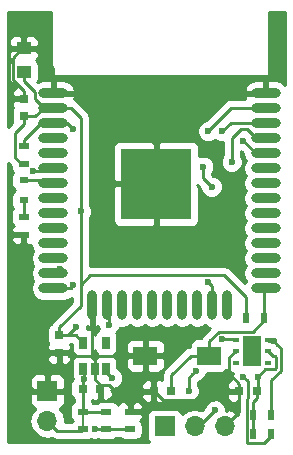
<source format=gbr>
G04 #@! TF.GenerationSoftware,KiCad,Pcbnew,(2017-08-16 revision 90873a101)-master*
G04 #@! TF.CreationDate,2017-12-27T22:47:25+02:00*
G04 #@! TF.ProjectId,esp-environment-sensors,6573702D656E7669726F6E6D656E742D,rev?*
G04 #@! TF.SameCoordinates,Original*
G04 #@! TF.FileFunction,Copper,L1,Top,Signal*
G04 #@! TF.FilePolarity,Positive*
%FSLAX46Y46*%
G04 Gerber Fmt 4.6, Leading zero omitted, Abs format (unit mm)*
G04 Created by KiCad (PCBNEW (2017-08-16 revision 90873a101)-master) date Wed Dec 27 22:47:25 2017*
%MOMM*%
%LPD*%
G01*
G04 APERTURE LIST*
%ADD10O,2.500000X0.900000*%
%ADD11O,0.900000X2.500000*%
%ADD12R,6.000000X6.000000*%
%ADD13R,0.630000X0.450000*%
%ADD14R,1.500000X2.500000*%
%ADD15R,0.800000X0.750000*%
%ADD16R,0.750000X0.800000*%
%ADD17R,1.250000X1.000000*%
%ADD18R,0.800000X0.600000*%
%ADD19R,1.700000X1.700000*%
%ADD20O,1.700000X1.700000*%
%ADD21R,0.900000X0.500000*%
%ADD22R,0.500000X0.900000*%
%ADD23R,2.000000X1.600000*%
%ADD24R,0.650000X1.060000*%
%ADD25R,0.200000X1.000000*%
%ADD26C,0.600000*%
%ADD27C,0.250000*%
%ADD28C,0.254000*%
G04 APERTURE END LIST*
D10*
X126500000Y-109793000D03*
X126500000Y-111063000D03*
X126500000Y-112333000D03*
X126500000Y-113603000D03*
X126500000Y-114873000D03*
X126517000Y-116143000D03*
X126517000Y-117413000D03*
X126517000Y-118683000D03*
X126517000Y-119953000D03*
X126517000Y-121223000D03*
X126517000Y-122493000D03*
X126517000Y-123763000D03*
X126517000Y-125033000D03*
X126517000Y-126303000D03*
D11*
X123215000Y-127750000D03*
X121945000Y-127750000D03*
X120675000Y-127750000D03*
X119405000Y-127750000D03*
X118135000Y-127750000D03*
X116865000Y-127750000D03*
X115595000Y-127750000D03*
X114325000Y-127750000D03*
X113055000Y-127750000D03*
X111785000Y-127750000D03*
D10*
X108500000Y-126303000D03*
X108500000Y-125033000D03*
X108500000Y-123763000D03*
X108500000Y-122493000D03*
X108500000Y-121223000D03*
X108500000Y-119953000D03*
X108500000Y-118683000D03*
X108500000Y-117413000D03*
X108500000Y-116143000D03*
X108500000Y-114873000D03*
X108500000Y-113603000D03*
X108500000Y-112333000D03*
X108500000Y-111063000D03*
X108500000Y-109793000D03*
D12*
X117200000Y-117450000D03*
D13*
X124000000Y-130700000D03*
X124000000Y-131650000D03*
X124000000Y-132600000D03*
X126680000Y-132600000D03*
X126680000Y-131650000D03*
X126680000Y-130700000D03*
D14*
X125340000Y-131650000D03*
D15*
X111000000Y-134800000D03*
X112500000Y-134800000D03*
D16*
X109000000Y-130250000D03*
X109000000Y-131750000D03*
D17*
X106000000Y-108000000D03*
X106000000Y-106000000D03*
D16*
X106000000Y-111750000D03*
X106000000Y-110250000D03*
D15*
X117000000Y-135000000D03*
X118500000Y-135000000D03*
X125750000Y-135000000D03*
X124250000Y-135000000D03*
D18*
X106000000Y-118850000D03*
X106000000Y-117150000D03*
D19*
X108000000Y-135000000D03*
D20*
X108000000Y-137540000D03*
D19*
X117920000Y-138000000D03*
D20*
X120460000Y-138000000D03*
X123000000Y-138000000D03*
D21*
X113000000Y-136750000D03*
X113000000Y-138250000D03*
X115000000Y-138250000D03*
X115000000Y-136750000D03*
X106000000Y-115750000D03*
X106000000Y-114250000D03*
D22*
X124850000Y-128800000D03*
X126350000Y-128800000D03*
D21*
X106000000Y-120250000D03*
X106000000Y-121750000D03*
D23*
X116300000Y-132000000D03*
X121700000Y-132000000D03*
D24*
X111050000Y-133100000D03*
X112000000Y-133100000D03*
X112950000Y-133100000D03*
X112950000Y-130900000D03*
X111050000Y-130900000D03*
D21*
X111000000Y-136750000D03*
X111000000Y-138250000D03*
D25*
X111000000Y-137500000D03*
D22*
X125450000Y-138600000D03*
X126950000Y-138600000D03*
X125450000Y-137000000D03*
X126950000Y-137000000D03*
D26*
X106425010Y-122800000D03*
X117200000Y-117450000D03*
X113500000Y-133900000D03*
X111100000Y-134000000D03*
X110825001Y-119800000D03*
X125800000Y-133800000D03*
X110400000Y-129600000D03*
X109068734Y-124670010D03*
X113200000Y-129400000D03*
X121899999Y-117699999D03*
X121200000Y-116000000D03*
X121600000Y-125800000D03*
X110200000Y-126025010D03*
X110200000Y-112800000D03*
X120576042Y-133284403D03*
X120000000Y-135000000D03*
X123600000Y-115600000D03*
X124600000Y-113800000D03*
X122200000Y-136600000D03*
X106800000Y-116400000D03*
X112000000Y-138200000D03*
X124600000Y-133800000D03*
X122800000Y-130600000D03*
X121600000Y-113000000D03*
X127174990Y-130800000D03*
X122800000Y-113000000D03*
D27*
X106425010Y-122800000D02*
X106425010Y-134525010D01*
X106425010Y-134525010D02*
X106900000Y-135000000D01*
X106900000Y-135000000D02*
X108000000Y-135000000D01*
X106000000Y-122374990D02*
X106125011Y-122500001D01*
X106000000Y-121750000D02*
X106000000Y-122374990D01*
X106125011Y-122500001D02*
X106425010Y-122800000D01*
X122000000Y-135800000D02*
X117825000Y-135800000D01*
X117825000Y-135800000D02*
X117025000Y-135000000D01*
X117025000Y-135000000D02*
X117000000Y-135000000D01*
X122800000Y-135000000D02*
X122000000Y-135800000D01*
X124250000Y-135000000D02*
X122800000Y-135000000D01*
X124250000Y-135000000D02*
X124250000Y-136750000D01*
X124250000Y-136750000D02*
X123000000Y-138000000D01*
X124250000Y-135000000D02*
X124250000Y-134375000D01*
X124250000Y-134375000D02*
X123359999Y-133484999D01*
X123359999Y-132200001D02*
X123910000Y-131650000D01*
X123359999Y-133484999D02*
X123359999Y-132200001D01*
X123910000Y-131650000D02*
X124000000Y-131650000D01*
X106000000Y-106000000D02*
X105875000Y-106000000D01*
X105875000Y-106000000D02*
X105049999Y-106825001D01*
X105049999Y-106825001D02*
X105049999Y-108649999D01*
X105049999Y-108649999D02*
X106000000Y-109600000D01*
X106000000Y-109600000D02*
X106000000Y-110250000D01*
X106000000Y-106000000D02*
X106875000Y-106000000D01*
X106875000Y-106000000D02*
X108500000Y-107625000D01*
X108500000Y-107625000D02*
X108500000Y-109050000D01*
X108500000Y-109050000D02*
X108500000Y-109750000D01*
X108500000Y-109750000D02*
X112750000Y-109750000D01*
X112750000Y-109750000D02*
X117200000Y-114200000D01*
X117200000Y-114200000D02*
X117200000Y-117450000D01*
X126500000Y-109750000D02*
X121650000Y-109750000D01*
X121650000Y-109750000D02*
X117200000Y-114200000D01*
X115000000Y-136750000D02*
X115000000Y-136250000D01*
X115000000Y-136250000D02*
X116250000Y-135000000D01*
X116250000Y-135000000D02*
X116350000Y-135000000D01*
X116350000Y-135000000D02*
X117000000Y-135000000D01*
X112000000Y-132320000D02*
X112320000Y-132000000D01*
X112320000Y-132000000D02*
X116300000Y-132000000D01*
X112000000Y-132320000D02*
X112000000Y-132400000D01*
X112000000Y-132400000D02*
X112000000Y-133100000D01*
X111785000Y-127750000D02*
X111785000Y-132185000D01*
X111785000Y-132185000D02*
X112000000Y-132400000D01*
X112000000Y-133100000D02*
X112000000Y-134000000D01*
X112000000Y-134000000D02*
X112500000Y-134500000D01*
X113250000Y-134500000D02*
X113150000Y-134500000D01*
X115000000Y-136250000D02*
X113250000Y-134500000D01*
X113150000Y-134500000D02*
X112500000Y-134500000D01*
X109875000Y-132000000D02*
X111680000Y-132000000D01*
X111680000Y-132000000D02*
X112000000Y-132320000D01*
X109000000Y-131750000D02*
X109625000Y-131750000D01*
X109625000Y-131750000D02*
X109875000Y-132000000D01*
X108000000Y-135000000D02*
X108000000Y-132125000D01*
X108000000Y-132125000D02*
X108375000Y-131750000D01*
X108375000Y-131750000D02*
X109000000Y-131750000D01*
X111000000Y-134800000D02*
X111000000Y-134175000D01*
X111000000Y-134175000D02*
X111075000Y-134100000D01*
X111075000Y-134100000D02*
X111100000Y-134100000D01*
X113500000Y-133900000D02*
X113000000Y-133400000D01*
X113000000Y-133400000D02*
X113000000Y-133300000D01*
X111100000Y-134000000D02*
X111000000Y-133150000D01*
X111000000Y-136674999D02*
X111000000Y-134000000D01*
X111000000Y-134000000D02*
X111100000Y-134000000D01*
X113000000Y-136750000D02*
X111425001Y-136750000D01*
X111000000Y-133150000D02*
X111050000Y-133100000D01*
X125750000Y-135000000D02*
X125750000Y-135625000D01*
X125750000Y-135625000D02*
X125450000Y-135925000D01*
X125450000Y-135925000D02*
X125450000Y-137000000D01*
X125450000Y-137000000D02*
X125450000Y-138600000D01*
X127079999Y-132049999D02*
X126680000Y-131650000D01*
X127320001Y-132114999D02*
X127255001Y-132049999D01*
X127320001Y-133085001D02*
X127320001Y-132114999D01*
X127255001Y-133150001D02*
X127320001Y-133085001D01*
X126449999Y-133150001D02*
X127255001Y-133150001D01*
X127255001Y-132049999D02*
X127079999Y-132049999D01*
X125800000Y-133800000D02*
X126449999Y-133150001D01*
X122974998Y-125174998D02*
X111650003Y-125174998D01*
X124850000Y-127050000D02*
X122974998Y-125174998D01*
X111650003Y-125174998D02*
X110825001Y-126000000D01*
X124850000Y-128800000D02*
X124850000Y-127050000D01*
X110825001Y-126000000D02*
X110825001Y-119800000D01*
X110825001Y-119800000D02*
X110825001Y-111845001D01*
X110825001Y-127774999D02*
X110825001Y-126000000D01*
X125800000Y-133800000D02*
X125800000Y-134950000D01*
X125800000Y-134950000D02*
X125750000Y-135000000D01*
X109000000Y-130250000D02*
X109750000Y-130250000D01*
X109750000Y-130250000D02*
X110400000Y-129600000D01*
X110000000Y-111020000D02*
X108500000Y-111020000D01*
X110825001Y-111845001D02*
X110000000Y-111020000D01*
X109000000Y-130250000D02*
X109000000Y-129600000D01*
X109000000Y-129600000D02*
X110825001Y-127774999D01*
X106000000Y-111750000D02*
X106000000Y-112400000D01*
X106000000Y-112400000D02*
X105224999Y-113175001D01*
X105224999Y-113175001D02*
X105224999Y-115174999D01*
X105224999Y-115174999D02*
X105800000Y-115750000D01*
X105800000Y-115750000D02*
X106000000Y-115750000D01*
X106000000Y-108000000D02*
X106000000Y-108750000D01*
X106000000Y-108750000D02*
X106924990Y-109674990D01*
X106924990Y-109674990D02*
X106924990Y-110244990D01*
X106924990Y-110244990D02*
X107700000Y-111020000D01*
X107700000Y-111020000D02*
X108500000Y-111020000D01*
X106000000Y-111750000D02*
X106970000Y-111750000D01*
X106970000Y-111750000D02*
X107700000Y-111020000D01*
X109000000Y-130250000D02*
X110400000Y-130250000D01*
X110400000Y-130250000D02*
X111050000Y-130900000D01*
X118500000Y-133632083D02*
X120132083Y-132000000D01*
X120450000Y-132000000D02*
X121700000Y-132000000D01*
X118500000Y-135000000D02*
X118500000Y-133632083D01*
X120132083Y-132000000D02*
X120450000Y-132000000D01*
X122499999Y-129974999D02*
X125375001Y-129974999D01*
X121700000Y-130774998D02*
X122499999Y-129974999D01*
X126350000Y-129000000D02*
X126350000Y-128800000D01*
X121700000Y-132000000D02*
X121700000Y-130774998D01*
X125375001Y-129974999D02*
X126350000Y-129000000D01*
X126350000Y-128800000D02*
X126350000Y-126410000D01*
X126350000Y-126410000D02*
X126500000Y-126260000D01*
X106000000Y-118850000D02*
X106000000Y-120250000D01*
X106000000Y-117150000D02*
X108280000Y-117150000D01*
X108280000Y-117150000D02*
X108500000Y-117370000D01*
X108500000Y-124990000D02*
X108748744Y-124990000D01*
X108748744Y-124990000D02*
X108768735Y-124970009D01*
X108768735Y-124970009D02*
X109068734Y-124670010D01*
X113200000Y-129400000D02*
X113200000Y-127895000D01*
X113200000Y-127895000D02*
X113055000Y-127750000D01*
X121200000Y-116000000D02*
X121200000Y-117000000D01*
X121200000Y-117000000D02*
X121899999Y-117699999D01*
X121945000Y-127750000D02*
X121945000Y-126145000D01*
X121945000Y-126145000D02*
X121600000Y-125800000D01*
X110200000Y-126060000D02*
X110200000Y-126025010D01*
X110000000Y-126260000D02*
X110200000Y-126060000D01*
X108500000Y-126260000D02*
X110000000Y-126260000D01*
X110200000Y-112800000D02*
X109690000Y-112290000D01*
X109690000Y-112290000D02*
X108500000Y-112290000D01*
X106000000Y-114250000D02*
X106000000Y-113750000D01*
X106000000Y-113750000D02*
X107460000Y-112290000D01*
X107460000Y-112290000D02*
X108500000Y-112290000D01*
X120000000Y-135000000D02*
X120000000Y-133860445D01*
X120276043Y-133584402D02*
X120576042Y-133284403D01*
X120000000Y-133860445D02*
X120276043Y-133584402D01*
X124400000Y-112800000D02*
X123600000Y-113600000D01*
X123600000Y-113600000D02*
X123600000Y-115600000D01*
X124940000Y-112800000D02*
X124400000Y-112800000D01*
X126500000Y-113560000D02*
X125700000Y-113560000D01*
X125700000Y-113560000D02*
X124940000Y-112800000D01*
X124600000Y-113800000D02*
X125630000Y-114830000D01*
X125630000Y-114830000D02*
X126500000Y-114830000D01*
X120460000Y-138000000D02*
X120800000Y-138000000D01*
X120800000Y-138000000D02*
X122200000Y-136600000D01*
X106800000Y-116400000D02*
X108200000Y-116400000D01*
X108200000Y-116400000D02*
X108500000Y-116100000D01*
X113000000Y-138250000D02*
X112050000Y-138250000D01*
X112050000Y-138250000D02*
X112000000Y-138200000D01*
X115000000Y-138250000D02*
X113000000Y-138250000D01*
X124899999Y-134099999D02*
X124600000Y-133800000D01*
X126950000Y-138800000D02*
X126374999Y-139375001D01*
X124975001Y-135585003D02*
X124975001Y-134175001D01*
X124874999Y-139310001D02*
X124874999Y-135685005D01*
X124939999Y-139375001D02*
X124874999Y-139310001D01*
X124874999Y-135685005D02*
X124975001Y-135585003D01*
X126374999Y-139375001D02*
X124939999Y-139375001D01*
X124975001Y-134175001D02*
X124899999Y-134099999D01*
X126950000Y-138600000D02*
X126950000Y-138800000D01*
X122800000Y-130600000D02*
X123900000Y-130600000D01*
X123900000Y-130600000D02*
X124000000Y-130700000D01*
X126500000Y-111020000D02*
X123580000Y-111020000D01*
X123580000Y-111020000D02*
X121600000Y-113000000D01*
X127770012Y-131395022D02*
X127474989Y-131099999D01*
X127770012Y-133271401D02*
X127770012Y-131395022D01*
X126950000Y-134091413D02*
X127770012Y-133271401D01*
X126950000Y-137000000D02*
X126950000Y-134091413D01*
X127474989Y-131099999D02*
X127174990Y-130800000D01*
X126680000Y-130729274D02*
X126750726Y-130800000D01*
X126680000Y-130700000D02*
X126680000Y-130729274D01*
X126750726Y-130800000D02*
X127174990Y-130800000D01*
X126500000Y-112290000D02*
X123510000Y-112290000D01*
X123510000Y-112290000D02*
X122800000Y-113000000D01*
X108000000Y-137540000D02*
X108849999Y-138389999D01*
X108849999Y-138389999D02*
X110860001Y-138389999D01*
X110860001Y-138389999D02*
X110924999Y-138325001D01*
D28*
G36*
X104902560Y-115927362D02*
X104902560Y-116000000D01*
X104951843Y-116247765D01*
X105092191Y-116457809D01*
X105096446Y-116460652D01*
X105001843Y-116602235D01*
X104952560Y-116850000D01*
X104952560Y-117450000D01*
X105001843Y-117697765D01*
X105142191Y-117907809D01*
X105280164Y-118000000D01*
X105142191Y-118092191D01*
X105001843Y-118302235D01*
X104952560Y-118550000D01*
X104952560Y-119150000D01*
X105001843Y-119397765D01*
X105096446Y-119539348D01*
X105092191Y-119542191D01*
X104951843Y-119752235D01*
X104902560Y-120000000D01*
X104902560Y-120500000D01*
X104951843Y-120747765D01*
X105092191Y-120957809D01*
X105153320Y-120998654D01*
X105011673Y-121140302D01*
X104915000Y-121373691D01*
X104915000Y-121466250D01*
X105073750Y-121625000D01*
X105873000Y-121625000D01*
X105873000Y-121603000D01*
X106127000Y-121603000D01*
X106127000Y-121625000D01*
X106147000Y-121625000D01*
X106147000Y-121875000D01*
X106127000Y-121875000D01*
X106127000Y-122476250D01*
X106285750Y-122635000D01*
X106576310Y-122635000D01*
X106604032Y-122623517D01*
X106660662Y-122908212D01*
X106807520Y-123128000D01*
X106660662Y-123347788D01*
X106578071Y-123763000D01*
X106660662Y-124178212D01*
X106807520Y-124398000D01*
X106660662Y-124617788D01*
X106578071Y-125033000D01*
X106660662Y-125448212D01*
X106807520Y-125668000D01*
X106660662Y-125887788D01*
X106578071Y-126303000D01*
X106660662Y-126718212D01*
X106895860Y-127070211D01*
X107247859Y-127305409D01*
X107663071Y-127388000D01*
X109336929Y-127388000D01*
X109752141Y-127305409D01*
X110065001Y-127096363D01*
X110065001Y-127460197D01*
X108462599Y-129062599D01*
X108303013Y-129301437D01*
X108167191Y-129392191D01*
X108026843Y-129602235D01*
X107977560Y-129850000D01*
X107977560Y-130650000D01*
X108026843Y-130897765D01*
X108087873Y-130989102D01*
X108086673Y-130990302D01*
X107990000Y-131223691D01*
X107990000Y-131464250D01*
X108148750Y-131623000D01*
X108873000Y-131623000D01*
X108873000Y-131603000D01*
X109127000Y-131603000D01*
X109127000Y-131623000D01*
X109851250Y-131623000D01*
X110010000Y-131464250D01*
X110010000Y-131223691D01*
X109921486Y-131010000D01*
X110077560Y-131010000D01*
X110077560Y-131430000D01*
X110126843Y-131677765D01*
X110267191Y-131887809D01*
X110435095Y-132000000D01*
X110267191Y-132112191D01*
X110126843Y-132322235D01*
X110077560Y-132570000D01*
X110077560Y-133630000D01*
X110126843Y-133877765D01*
X110165056Y-133934954D01*
X110165041Y-133951923D01*
X110142191Y-133967191D01*
X110001843Y-134177235D01*
X109952560Y-134425000D01*
X109952560Y-135175000D01*
X110001843Y-135422765D01*
X110142191Y-135632809D01*
X110240000Y-135698163D01*
X110240000Y-135943427D01*
X110092191Y-136042191D01*
X109951843Y-136252235D01*
X109902560Y-136500000D01*
X109902560Y-137000000D01*
X109951843Y-137247765D01*
X110092191Y-137457809D01*
X110155334Y-137500000D01*
X110092191Y-137542191D01*
X110033519Y-137629999D01*
X109496191Y-137629999D01*
X109514093Y-137540000D01*
X109401054Y-136971715D01*
X109079147Y-136489946D01*
X109035223Y-136460597D01*
X109209698Y-136388327D01*
X109388327Y-136209699D01*
X109485000Y-135976310D01*
X109485000Y-135285750D01*
X109326250Y-135127000D01*
X108127000Y-135127000D01*
X108127000Y-135147000D01*
X107873000Y-135147000D01*
X107873000Y-135127000D01*
X106673750Y-135127000D01*
X106515000Y-135285750D01*
X106515000Y-135976310D01*
X106611673Y-136209699D01*
X106790302Y-136388327D01*
X106964777Y-136460597D01*
X106920853Y-136489946D01*
X106598946Y-136971715D01*
X106485907Y-137540000D01*
X106598946Y-138108285D01*
X106920853Y-138590054D01*
X107402622Y-138911961D01*
X107970907Y-139025000D01*
X108029093Y-139025000D01*
X108360122Y-138959154D01*
X108559160Y-139092147D01*
X108849999Y-139149999D01*
X110860001Y-139149999D01*
X110872866Y-139147440D01*
X111450000Y-139147440D01*
X111697765Y-139098157D01*
X111708151Y-139091217D01*
X111813201Y-139134838D01*
X112185167Y-139135162D01*
X112291724Y-139091134D01*
X112302235Y-139098157D01*
X112550000Y-139147440D01*
X113450000Y-139147440D01*
X113697765Y-139098157D01*
X113829700Y-139010000D01*
X114170300Y-139010000D01*
X114302235Y-139098157D01*
X114550000Y-139147440D01*
X115450000Y-139147440D01*
X115697765Y-139098157D01*
X115907809Y-138957809D01*
X116048157Y-138747765D01*
X116097440Y-138500000D01*
X116097440Y-138000000D01*
X116048157Y-137752235D01*
X115907809Y-137542191D01*
X115846680Y-137501346D01*
X115988327Y-137359698D01*
X116085000Y-137126309D01*
X116085000Y-137033750D01*
X115926250Y-136875000D01*
X115127000Y-136875000D01*
X115127000Y-136897000D01*
X114873000Y-136897000D01*
X114873000Y-136875000D01*
X114853000Y-136875000D01*
X114853000Y-136625000D01*
X114873000Y-136625000D01*
X114873000Y-136023750D01*
X115127000Y-136023750D01*
X115127000Y-136625000D01*
X115926250Y-136625000D01*
X116085000Y-136466250D01*
X116085000Y-136373691D01*
X115988327Y-136140302D01*
X115809699Y-135961673D01*
X115576310Y-135865000D01*
X115285750Y-135865000D01*
X115127000Y-136023750D01*
X114873000Y-136023750D01*
X114714250Y-135865000D01*
X114423690Y-135865000D01*
X114190301Y-135961673D01*
X114011673Y-136140302D01*
X113997013Y-136175694D01*
X113907809Y-136042191D01*
X113697765Y-135901843D01*
X113450000Y-135852560D01*
X112550000Y-135852560D01*
X112302235Y-135901843D01*
X112170300Y-135990000D01*
X111829700Y-135990000D01*
X111760000Y-135943427D01*
X111760000Y-135721486D01*
X111973691Y-135810000D01*
X112214250Y-135810000D01*
X112373000Y-135651250D01*
X112373000Y-134927000D01*
X112353000Y-134927000D01*
X112353000Y-134673000D01*
X112373000Y-134673000D01*
X112373000Y-134653000D01*
X112627000Y-134653000D01*
X112627000Y-134673000D01*
X112647000Y-134673000D01*
X112647000Y-134927000D01*
X112627000Y-134927000D01*
X112627000Y-135651250D01*
X112785750Y-135810000D01*
X113026309Y-135810000D01*
X113259698Y-135713327D01*
X113438327Y-135534699D01*
X113535000Y-135301310D01*
X113535000Y-135285750D01*
X115965000Y-135285750D01*
X115965000Y-135501310D01*
X116061673Y-135734699D01*
X116240302Y-135913327D01*
X116473691Y-136010000D01*
X116714250Y-136010000D01*
X116873000Y-135851250D01*
X116873000Y-135127000D01*
X116123750Y-135127000D01*
X115965000Y-135285750D01*
X113535000Y-135285750D01*
X113535000Y-135085750D01*
X113376252Y-134927002D01*
X113535000Y-134927002D01*
X113535000Y-134835031D01*
X113685167Y-134835162D01*
X114028943Y-134693117D01*
X114223709Y-134498690D01*
X115965000Y-134498690D01*
X115965000Y-134714250D01*
X116123750Y-134873000D01*
X116873000Y-134873000D01*
X116873000Y-134148750D01*
X116714250Y-133990000D01*
X116473691Y-133990000D01*
X116240302Y-134086673D01*
X116061673Y-134265301D01*
X115965000Y-134498690D01*
X114223709Y-134498690D01*
X114292192Y-134430327D01*
X114434838Y-134086799D01*
X114435162Y-133714833D01*
X114293117Y-133371057D01*
X114030327Y-133107808D01*
X113922440Y-133063009D01*
X113922440Y-132570000D01*
X113873157Y-132322235D01*
X113848779Y-132285750D01*
X114665000Y-132285750D01*
X114665000Y-132926310D01*
X114761673Y-133159699D01*
X114940302Y-133338327D01*
X115173691Y-133435000D01*
X116014250Y-133435000D01*
X116173000Y-133276250D01*
X116173000Y-132127000D01*
X116427000Y-132127000D01*
X116427000Y-133276250D01*
X116585750Y-133435000D01*
X117426309Y-133435000D01*
X117659698Y-133338327D01*
X117838327Y-133159699D01*
X117935000Y-132926310D01*
X117935000Y-132285750D01*
X117776250Y-132127000D01*
X116427000Y-132127000D01*
X116173000Y-132127000D01*
X114823750Y-132127000D01*
X114665000Y-132285750D01*
X113848779Y-132285750D01*
X113732809Y-132112191D01*
X113564905Y-132000000D01*
X113732809Y-131887809D01*
X113873157Y-131677765D01*
X113922440Y-131430000D01*
X113922440Y-131073690D01*
X114665000Y-131073690D01*
X114665000Y-131714250D01*
X114823750Y-131873000D01*
X116173000Y-131873000D01*
X116173000Y-130723750D01*
X116427000Y-130723750D01*
X116427000Y-131873000D01*
X117776250Y-131873000D01*
X117935000Y-131714250D01*
X117935000Y-131073690D01*
X117838327Y-130840301D01*
X117659698Y-130661673D01*
X117426309Y-130565000D01*
X116585750Y-130565000D01*
X116427000Y-130723750D01*
X116173000Y-130723750D01*
X116014250Y-130565000D01*
X115173691Y-130565000D01*
X114940302Y-130661673D01*
X114761673Y-130840301D01*
X114665000Y-131073690D01*
X113922440Y-131073690D01*
X113922440Y-130370000D01*
X113873157Y-130122235D01*
X113843864Y-130078396D01*
X113992192Y-129930327D01*
X114116694Y-129630494D01*
X114325000Y-129671929D01*
X114740212Y-129589338D01*
X114960000Y-129442480D01*
X115179788Y-129589338D01*
X115595000Y-129671929D01*
X116010212Y-129589338D01*
X116230000Y-129442480D01*
X116449788Y-129589338D01*
X116865000Y-129671929D01*
X117280212Y-129589338D01*
X117500000Y-129442480D01*
X117719788Y-129589338D01*
X118135000Y-129671929D01*
X118550212Y-129589338D01*
X118770000Y-129442480D01*
X118989788Y-129589338D01*
X119405000Y-129671929D01*
X119820212Y-129589338D01*
X120040000Y-129442480D01*
X120259788Y-129589338D01*
X120675000Y-129671929D01*
X121090212Y-129589338D01*
X121310000Y-129442480D01*
X121529788Y-129589338D01*
X121764225Y-129635971D01*
X121162599Y-130237597D01*
X120997852Y-130484159D01*
X120984246Y-130552560D01*
X120700000Y-130552560D01*
X120452235Y-130601843D01*
X120242191Y-130742191D01*
X120101843Y-130952235D01*
X120052560Y-131200000D01*
X120052560Y-131255818D01*
X119841244Y-131297852D01*
X119594682Y-131462599D01*
X117962599Y-133094682D01*
X117797852Y-133341244D01*
X117740000Y-133632083D01*
X117740000Y-134078514D01*
X117526309Y-133990000D01*
X117285750Y-133990000D01*
X117127000Y-134148750D01*
X117127000Y-134873000D01*
X117147000Y-134873000D01*
X117147000Y-135127000D01*
X117127000Y-135127000D01*
X117127000Y-135851250D01*
X117285750Y-136010000D01*
X117526309Y-136010000D01*
X117759698Y-135913327D01*
X117760898Y-135912127D01*
X117852235Y-135973157D01*
X118100000Y-136022440D01*
X118900000Y-136022440D01*
X119147765Y-135973157D01*
X119357809Y-135832809D01*
X119418920Y-135741350D01*
X119469673Y-135792192D01*
X119813201Y-135934838D01*
X120185167Y-135935162D01*
X120528943Y-135793117D01*
X120792192Y-135530327D01*
X120934838Y-135186799D01*
X120935162Y-134814833D01*
X120793117Y-134471057D01*
X120760000Y-134437882D01*
X120760000Y-134219564D01*
X120761209Y-134219565D01*
X121104985Y-134077520D01*
X121368234Y-133814730D01*
X121510880Y-133471202D01*
X121510901Y-133447440D01*
X122700000Y-133447440D01*
X122947765Y-133398157D01*
X123157809Y-133257809D01*
X123184148Y-133218391D01*
X123227191Y-133282809D01*
X123437235Y-133423157D01*
X123685000Y-133472440D01*
X123723611Y-133472440D01*
X123665162Y-133613201D01*
X123664838Y-133985167D01*
X123675144Y-134010109D01*
X123490302Y-134086673D01*
X123311673Y-134265301D01*
X123215000Y-134498690D01*
X123215000Y-134714250D01*
X123373750Y-134873000D01*
X124123000Y-134873000D01*
X124123000Y-134853000D01*
X124215001Y-134853000D01*
X124215001Y-135147000D01*
X124123000Y-135147000D01*
X124123000Y-135127000D01*
X123373750Y-135127000D01*
X123215000Y-135285750D01*
X123215000Y-135501310D01*
X123311673Y-135734699D01*
X123490302Y-135913327D01*
X123723691Y-136010000D01*
X123964250Y-136010000D01*
X124114999Y-135859251D01*
X124114999Y-137045568D01*
X123766924Y-136728355D01*
X123356890Y-136558524D01*
X123134935Y-136675658D01*
X123135162Y-136414833D01*
X122993117Y-136071057D01*
X122730327Y-135807808D01*
X122386799Y-135665162D01*
X122014833Y-135664838D01*
X121671057Y-135806883D01*
X121407808Y-136069673D01*
X121265162Y-136413201D01*
X121265121Y-136460077D01*
X121087012Y-136638186D01*
X121028285Y-136598946D01*
X120460000Y-136485907D01*
X119891715Y-136598946D01*
X119409946Y-136920853D01*
X119380597Y-136964777D01*
X119368157Y-136902235D01*
X119227809Y-136692191D01*
X119017765Y-136551843D01*
X118770000Y-136502560D01*
X117070000Y-136502560D01*
X116822235Y-136551843D01*
X116612191Y-136692191D01*
X116471843Y-136902235D01*
X116422560Y-137150000D01*
X116422560Y-138850000D01*
X116471843Y-139097765D01*
X116600291Y-139290000D01*
X104710000Y-139290000D01*
X104710000Y-134023690D01*
X106515000Y-134023690D01*
X106515000Y-134714250D01*
X106673750Y-134873000D01*
X107873000Y-134873000D01*
X107873000Y-133673750D01*
X108127000Y-133673750D01*
X108127000Y-134873000D01*
X109326250Y-134873000D01*
X109485000Y-134714250D01*
X109485000Y-134023690D01*
X109388327Y-133790301D01*
X109209698Y-133611673D01*
X108976309Y-133515000D01*
X108285750Y-133515000D01*
X108127000Y-133673750D01*
X107873000Y-133673750D01*
X107714250Y-133515000D01*
X107023691Y-133515000D01*
X106790302Y-133611673D01*
X106611673Y-133790301D01*
X106515000Y-134023690D01*
X104710000Y-134023690D01*
X104710000Y-132035750D01*
X107990000Y-132035750D01*
X107990000Y-132276309D01*
X108086673Y-132509698D01*
X108265301Y-132688327D01*
X108498690Y-132785000D01*
X108714250Y-132785000D01*
X108873000Y-132626250D01*
X108873000Y-131877000D01*
X109127000Y-131877000D01*
X109127000Y-132626250D01*
X109285750Y-132785000D01*
X109501310Y-132785000D01*
X109734699Y-132688327D01*
X109913327Y-132509698D01*
X110010000Y-132276309D01*
X110010000Y-132035750D01*
X109851250Y-131877000D01*
X109127000Y-131877000D01*
X108873000Y-131877000D01*
X108148750Y-131877000D01*
X107990000Y-132035750D01*
X104710000Y-132035750D01*
X104710000Y-122033750D01*
X104915000Y-122033750D01*
X104915000Y-122126309D01*
X105011673Y-122359698D01*
X105190301Y-122538327D01*
X105423690Y-122635000D01*
X105714250Y-122635000D01*
X105873000Y-122476250D01*
X105873000Y-121875000D01*
X105073750Y-121875000D01*
X104915000Y-122033750D01*
X104710000Y-122033750D01*
X104710000Y-115734802D01*
X104902560Y-115927362D01*
X104902560Y-115927362D01*
G37*
X104902560Y-115927362D02*
X104902560Y-116000000D01*
X104951843Y-116247765D01*
X105092191Y-116457809D01*
X105096446Y-116460652D01*
X105001843Y-116602235D01*
X104952560Y-116850000D01*
X104952560Y-117450000D01*
X105001843Y-117697765D01*
X105142191Y-117907809D01*
X105280164Y-118000000D01*
X105142191Y-118092191D01*
X105001843Y-118302235D01*
X104952560Y-118550000D01*
X104952560Y-119150000D01*
X105001843Y-119397765D01*
X105096446Y-119539348D01*
X105092191Y-119542191D01*
X104951843Y-119752235D01*
X104902560Y-120000000D01*
X104902560Y-120500000D01*
X104951843Y-120747765D01*
X105092191Y-120957809D01*
X105153320Y-120998654D01*
X105011673Y-121140302D01*
X104915000Y-121373691D01*
X104915000Y-121466250D01*
X105073750Y-121625000D01*
X105873000Y-121625000D01*
X105873000Y-121603000D01*
X106127000Y-121603000D01*
X106127000Y-121625000D01*
X106147000Y-121625000D01*
X106147000Y-121875000D01*
X106127000Y-121875000D01*
X106127000Y-122476250D01*
X106285750Y-122635000D01*
X106576310Y-122635000D01*
X106604032Y-122623517D01*
X106660662Y-122908212D01*
X106807520Y-123128000D01*
X106660662Y-123347788D01*
X106578071Y-123763000D01*
X106660662Y-124178212D01*
X106807520Y-124398000D01*
X106660662Y-124617788D01*
X106578071Y-125033000D01*
X106660662Y-125448212D01*
X106807520Y-125668000D01*
X106660662Y-125887788D01*
X106578071Y-126303000D01*
X106660662Y-126718212D01*
X106895860Y-127070211D01*
X107247859Y-127305409D01*
X107663071Y-127388000D01*
X109336929Y-127388000D01*
X109752141Y-127305409D01*
X110065001Y-127096363D01*
X110065001Y-127460197D01*
X108462599Y-129062599D01*
X108303013Y-129301437D01*
X108167191Y-129392191D01*
X108026843Y-129602235D01*
X107977560Y-129850000D01*
X107977560Y-130650000D01*
X108026843Y-130897765D01*
X108087873Y-130989102D01*
X108086673Y-130990302D01*
X107990000Y-131223691D01*
X107990000Y-131464250D01*
X108148750Y-131623000D01*
X108873000Y-131623000D01*
X108873000Y-131603000D01*
X109127000Y-131603000D01*
X109127000Y-131623000D01*
X109851250Y-131623000D01*
X110010000Y-131464250D01*
X110010000Y-131223691D01*
X109921486Y-131010000D01*
X110077560Y-131010000D01*
X110077560Y-131430000D01*
X110126843Y-131677765D01*
X110267191Y-131887809D01*
X110435095Y-132000000D01*
X110267191Y-132112191D01*
X110126843Y-132322235D01*
X110077560Y-132570000D01*
X110077560Y-133630000D01*
X110126843Y-133877765D01*
X110165056Y-133934954D01*
X110165041Y-133951923D01*
X110142191Y-133967191D01*
X110001843Y-134177235D01*
X109952560Y-134425000D01*
X109952560Y-135175000D01*
X110001843Y-135422765D01*
X110142191Y-135632809D01*
X110240000Y-135698163D01*
X110240000Y-135943427D01*
X110092191Y-136042191D01*
X109951843Y-136252235D01*
X109902560Y-136500000D01*
X109902560Y-137000000D01*
X109951843Y-137247765D01*
X110092191Y-137457809D01*
X110155334Y-137500000D01*
X110092191Y-137542191D01*
X110033519Y-137629999D01*
X109496191Y-137629999D01*
X109514093Y-137540000D01*
X109401054Y-136971715D01*
X109079147Y-136489946D01*
X109035223Y-136460597D01*
X109209698Y-136388327D01*
X109388327Y-136209699D01*
X109485000Y-135976310D01*
X109485000Y-135285750D01*
X109326250Y-135127000D01*
X108127000Y-135127000D01*
X108127000Y-135147000D01*
X107873000Y-135147000D01*
X107873000Y-135127000D01*
X106673750Y-135127000D01*
X106515000Y-135285750D01*
X106515000Y-135976310D01*
X106611673Y-136209699D01*
X106790302Y-136388327D01*
X106964777Y-136460597D01*
X106920853Y-136489946D01*
X106598946Y-136971715D01*
X106485907Y-137540000D01*
X106598946Y-138108285D01*
X106920853Y-138590054D01*
X107402622Y-138911961D01*
X107970907Y-139025000D01*
X108029093Y-139025000D01*
X108360122Y-138959154D01*
X108559160Y-139092147D01*
X108849999Y-139149999D01*
X110860001Y-139149999D01*
X110872866Y-139147440D01*
X111450000Y-139147440D01*
X111697765Y-139098157D01*
X111708151Y-139091217D01*
X111813201Y-139134838D01*
X112185167Y-139135162D01*
X112291724Y-139091134D01*
X112302235Y-139098157D01*
X112550000Y-139147440D01*
X113450000Y-139147440D01*
X113697765Y-139098157D01*
X113829700Y-139010000D01*
X114170300Y-139010000D01*
X114302235Y-139098157D01*
X114550000Y-139147440D01*
X115450000Y-139147440D01*
X115697765Y-139098157D01*
X115907809Y-138957809D01*
X116048157Y-138747765D01*
X116097440Y-138500000D01*
X116097440Y-138000000D01*
X116048157Y-137752235D01*
X115907809Y-137542191D01*
X115846680Y-137501346D01*
X115988327Y-137359698D01*
X116085000Y-137126309D01*
X116085000Y-137033750D01*
X115926250Y-136875000D01*
X115127000Y-136875000D01*
X115127000Y-136897000D01*
X114873000Y-136897000D01*
X114873000Y-136875000D01*
X114853000Y-136875000D01*
X114853000Y-136625000D01*
X114873000Y-136625000D01*
X114873000Y-136023750D01*
X115127000Y-136023750D01*
X115127000Y-136625000D01*
X115926250Y-136625000D01*
X116085000Y-136466250D01*
X116085000Y-136373691D01*
X115988327Y-136140302D01*
X115809699Y-135961673D01*
X115576310Y-135865000D01*
X115285750Y-135865000D01*
X115127000Y-136023750D01*
X114873000Y-136023750D01*
X114714250Y-135865000D01*
X114423690Y-135865000D01*
X114190301Y-135961673D01*
X114011673Y-136140302D01*
X113997013Y-136175694D01*
X113907809Y-136042191D01*
X113697765Y-135901843D01*
X113450000Y-135852560D01*
X112550000Y-135852560D01*
X112302235Y-135901843D01*
X112170300Y-135990000D01*
X111829700Y-135990000D01*
X111760000Y-135943427D01*
X111760000Y-135721486D01*
X111973691Y-135810000D01*
X112214250Y-135810000D01*
X112373000Y-135651250D01*
X112373000Y-134927000D01*
X112353000Y-134927000D01*
X112353000Y-134673000D01*
X112373000Y-134673000D01*
X112373000Y-134653000D01*
X112627000Y-134653000D01*
X112627000Y-134673000D01*
X112647000Y-134673000D01*
X112647000Y-134927000D01*
X112627000Y-134927000D01*
X112627000Y-135651250D01*
X112785750Y-135810000D01*
X113026309Y-135810000D01*
X113259698Y-135713327D01*
X113438327Y-135534699D01*
X113535000Y-135301310D01*
X113535000Y-135285750D01*
X115965000Y-135285750D01*
X115965000Y-135501310D01*
X116061673Y-135734699D01*
X116240302Y-135913327D01*
X116473691Y-136010000D01*
X116714250Y-136010000D01*
X116873000Y-135851250D01*
X116873000Y-135127000D01*
X116123750Y-135127000D01*
X115965000Y-135285750D01*
X113535000Y-135285750D01*
X113535000Y-135085750D01*
X113376252Y-134927002D01*
X113535000Y-134927002D01*
X113535000Y-134835031D01*
X113685167Y-134835162D01*
X114028943Y-134693117D01*
X114223709Y-134498690D01*
X115965000Y-134498690D01*
X115965000Y-134714250D01*
X116123750Y-134873000D01*
X116873000Y-134873000D01*
X116873000Y-134148750D01*
X116714250Y-133990000D01*
X116473691Y-133990000D01*
X116240302Y-134086673D01*
X116061673Y-134265301D01*
X115965000Y-134498690D01*
X114223709Y-134498690D01*
X114292192Y-134430327D01*
X114434838Y-134086799D01*
X114435162Y-133714833D01*
X114293117Y-133371057D01*
X114030327Y-133107808D01*
X113922440Y-133063009D01*
X113922440Y-132570000D01*
X113873157Y-132322235D01*
X113848779Y-132285750D01*
X114665000Y-132285750D01*
X114665000Y-132926310D01*
X114761673Y-133159699D01*
X114940302Y-133338327D01*
X115173691Y-133435000D01*
X116014250Y-133435000D01*
X116173000Y-133276250D01*
X116173000Y-132127000D01*
X116427000Y-132127000D01*
X116427000Y-133276250D01*
X116585750Y-133435000D01*
X117426309Y-133435000D01*
X117659698Y-133338327D01*
X117838327Y-133159699D01*
X117935000Y-132926310D01*
X117935000Y-132285750D01*
X117776250Y-132127000D01*
X116427000Y-132127000D01*
X116173000Y-132127000D01*
X114823750Y-132127000D01*
X114665000Y-132285750D01*
X113848779Y-132285750D01*
X113732809Y-132112191D01*
X113564905Y-132000000D01*
X113732809Y-131887809D01*
X113873157Y-131677765D01*
X113922440Y-131430000D01*
X113922440Y-131073690D01*
X114665000Y-131073690D01*
X114665000Y-131714250D01*
X114823750Y-131873000D01*
X116173000Y-131873000D01*
X116173000Y-130723750D01*
X116427000Y-130723750D01*
X116427000Y-131873000D01*
X117776250Y-131873000D01*
X117935000Y-131714250D01*
X117935000Y-131073690D01*
X117838327Y-130840301D01*
X117659698Y-130661673D01*
X117426309Y-130565000D01*
X116585750Y-130565000D01*
X116427000Y-130723750D01*
X116173000Y-130723750D01*
X116014250Y-130565000D01*
X115173691Y-130565000D01*
X114940302Y-130661673D01*
X114761673Y-130840301D01*
X114665000Y-131073690D01*
X113922440Y-131073690D01*
X113922440Y-130370000D01*
X113873157Y-130122235D01*
X113843864Y-130078396D01*
X113992192Y-129930327D01*
X114116694Y-129630494D01*
X114325000Y-129671929D01*
X114740212Y-129589338D01*
X114960000Y-129442480D01*
X115179788Y-129589338D01*
X115595000Y-129671929D01*
X116010212Y-129589338D01*
X116230000Y-129442480D01*
X116449788Y-129589338D01*
X116865000Y-129671929D01*
X117280212Y-129589338D01*
X117500000Y-129442480D01*
X117719788Y-129589338D01*
X118135000Y-129671929D01*
X118550212Y-129589338D01*
X118770000Y-129442480D01*
X118989788Y-129589338D01*
X119405000Y-129671929D01*
X119820212Y-129589338D01*
X120040000Y-129442480D01*
X120259788Y-129589338D01*
X120675000Y-129671929D01*
X121090212Y-129589338D01*
X121310000Y-129442480D01*
X121529788Y-129589338D01*
X121764225Y-129635971D01*
X121162599Y-130237597D01*
X120997852Y-130484159D01*
X120984246Y-130552560D01*
X120700000Y-130552560D01*
X120452235Y-130601843D01*
X120242191Y-130742191D01*
X120101843Y-130952235D01*
X120052560Y-131200000D01*
X120052560Y-131255818D01*
X119841244Y-131297852D01*
X119594682Y-131462599D01*
X117962599Y-133094682D01*
X117797852Y-133341244D01*
X117740000Y-133632083D01*
X117740000Y-134078514D01*
X117526309Y-133990000D01*
X117285750Y-133990000D01*
X117127000Y-134148750D01*
X117127000Y-134873000D01*
X117147000Y-134873000D01*
X117147000Y-135127000D01*
X117127000Y-135127000D01*
X117127000Y-135851250D01*
X117285750Y-136010000D01*
X117526309Y-136010000D01*
X117759698Y-135913327D01*
X117760898Y-135912127D01*
X117852235Y-135973157D01*
X118100000Y-136022440D01*
X118900000Y-136022440D01*
X119147765Y-135973157D01*
X119357809Y-135832809D01*
X119418920Y-135741350D01*
X119469673Y-135792192D01*
X119813201Y-135934838D01*
X120185167Y-135935162D01*
X120528943Y-135793117D01*
X120792192Y-135530327D01*
X120934838Y-135186799D01*
X120935162Y-134814833D01*
X120793117Y-134471057D01*
X120760000Y-134437882D01*
X120760000Y-134219564D01*
X120761209Y-134219565D01*
X121104985Y-134077520D01*
X121368234Y-133814730D01*
X121510880Y-133471202D01*
X121510901Y-133447440D01*
X122700000Y-133447440D01*
X122947765Y-133398157D01*
X123157809Y-133257809D01*
X123184148Y-133218391D01*
X123227191Y-133282809D01*
X123437235Y-133423157D01*
X123685000Y-133472440D01*
X123723611Y-133472440D01*
X123665162Y-133613201D01*
X123664838Y-133985167D01*
X123675144Y-134010109D01*
X123490302Y-134086673D01*
X123311673Y-134265301D01*
X123215000Y-134498690D01*
X123215000Y-134714250D01*
X123373750Y-134873000D01*
X124123000Y-134873000D01*
X124123000Y-134853000D01*
X124215001Y-134853000D01*
X124215001Y-135147000D01*
X124123000Y-135147000D01*
X124123000Y-135127000D01*
X123373750Y-135127000D01*
X123215000Y-135285750D01*
X123215000Y-135501310D01*
X123311673Y-135734699D01*
X123490302Y-135913327D01*
X123723691Y-136010000D01*
X123964250Y-136010000D01*
X124114999Y-135859251D01*
X124114999Y-137045568D01*
X123766924Y-136728355D01*
X123356890Y-136558524D01*
X123134935Y-136675658D01*
X123135162Y-136414833D01*
X122993117Y-136071057D01*
X122730327Y-135807808D01*
X122386799Y-135665162D01*
X122014833Y-135664838D01*
X121671057Y-135806883D01*
X121407808Y-136069673D01*
X121265162Y-136413201D01*
X121265121Y-136460077D01*
X121087012Y-136638186D01*
X121028285Y-136598946D01*
X120460000Y-136485907D01*
X119891715Y-136598946D01*
X119409946Y-136920853D01*
X119380597Y-136964777D01*
X119368157Y-136902235D01*
X119227809Y-136692191D01*
X119017765Y-136551843D01*
X118770000Y-136502560D01*
X117070000Y-136502560D01*
X116822235Y-136551843D01*
X116612191Y-136692191D01*
X116471843Y-136902235D01*
X116422560Y-137150000D01*
X116422560Y-138850000D01*
X116471843Y-139097765D01*
X116600291Y-139290000D01*
X104710000Y-139290000D01*
X104710000Y-134023690D01*
X106515000Y-134023690D01*
X106515000Y-134714250D01*
X106673750Y-134873000D01*
X107873000Y-134873000D01*
X107873000Y-133673750D01*
X108127000Y-133673750D01*
X108127000Y-134873000D01*
X109326250Y-134873000D01*
X109485000Y-134714250D01*
X109485000Y-134023690D01*
X109388327Y-133790301D01*
X109209698Y-133611673D01*
X108976309Y-133515000D01*
X108285750Y-133515000D01*
X108127000Y-133673750D01*
X107873000Y-133673750D01*
X107714250Y-133515000D01*
X107023691Y-133515000D01*
X106790302Y-133611673D01*
X106611673Y-133790301D01*
X106515000Y-134023690D01*
X104710000Y-134023690D01*
X104710000Y-132035750D01*
X107990000Y-132035750D01*
X107990000Y-132276309D01*
X108086673Y-132509698D01*
X108265301Y-132688327D01*
X108498690Y-132785000D01*
X108714250Y-132785000D01*
X108873000Y-132626250D01*
X108873000Y-131877000D01*
X109127000Y-131877000D01*
X109127000Y-132626250D01*
X109285750Y-132785000D01*
X109501310Y-132785000D01*
X109734699Y-132688327D01*
X109913327Y-132509698D01*
X110010000Y-132276309D01*
X110010000Y-132035750D01*
X109851250Y-131877000D01*
X109127000Y-131877000D01*
X108873000Y-131877000D01*
X108148750Y-131877000D01*
X107990000Y-132035750D01*
X104710000Y-132035750D01*
X104710000Y-122033750D01*
X104915000Y-122033750D01*
X104915000Y-122126309D01*
X105011673Y-122359698D01*
X105190301Y-122538327D01*
X105423690Y-122635000D01*
X105714250Y-122635000D01*
X105873000Y-122476250D01*
X105873000Y-121875000D01*
X105073750Y-121875000D01*
X104915000Y-122033750D01*
X104710000Y-122033750D01*
X104710000Y-115734802D01*
X104902560Y-115927362D01*
G36*
X123127000Y-137873000D02*
X123147000Y-137873000D01*
X123147000Y-138127000D01*
X123127000Y-138127000D01*
X123127000Y-138147000D01*
X122873000Y-138147000D01*
X122873000Y-138127000D01*
X122853000Y-138127000D01*
X122853000Y-137873000D01*
X122873000Y-137873000D01*
X122873000Y-137853000D01*
X123127000Y-137853000D01*
X123127000Y-137873000D01*
X123127000Y-137873000D01*
G37*
X123127000Y-137873000D02*
X123147000Y-137873000D01*
X123147000Y-138127000D01*
X123127000Y-138127000D01*
X123127000Y-138147000D01*
X122873000Y-138147000D01*
X122873000Y-138127000D01*
X122853000Y-138127000D01*
X122853000Y-137873000D01*
X122873000Y-137873000D01*
X122873000Y-137853000D01*
X123127000Y-137853000D01*
X123127000Y-137873000D01*
G36*
X112026843Y-131677765D02*
X112167191Y-131887809D01*
X112266551Y-131954199D01*
X112127000Y-132093750D01*
X112127000Y-132172341D01*
X112026843Y-132322235D01*
X112000000Y-132457185D01*
X111973157Y-132322235D01*
X111873000Y-132172341D01*
X111873000Y-132093750D01*
X111733449Y-131954199D01*
X111832809Y-131887809D01*
X111973157Y-131677765D01*
X112000000Y-131542815D01*
X112026843Y-131677765D01*
X112026843Y-131677765D01*
G37*
X112026843Y-131677765D02*
X112167191Y-131887809D01*
X112266551Y-131954199D01*
X112127000Y-132093750D01*
X112127000Y-132172341D01*
X112026843Y-132322235D01*
X112000000Y-132457185D01*
X111973157Y-132322235D01*
X111873000Y-132172341D01*
X111873000Y-132093750D01*
X111733449Y-131954199D01*
X111832809Y-131887809D01*
X111973157Y-131677765D01*
X112000000Y-131542815D01*
X112026843Y-131677765D01*
G36*
X123942560Y-131727560D02*
X123853000Y-131727560D01*
X123853000Y-131572440D01*
X123942560Y-131572440D01*
X123942560Y-131727560D01*
X123942560Y-131727560D01*
G37*
X123942560Y-131727560D02*
X123853000Y-131727560D01*
X123853000Y-131572440D01*
X123942560Y-131572440D01*
X123942560Y-131727560D01*
G36*
X111912000Y-127623000D02*
X111932000Y-127623000D01*
X111932000Y-127877000D01*
X111912000Y-127877000D01*
X111912000Y-129467502D01*
X112079001Y-129594408D01*
X112264909Y-129503543D01*
X112264838Y-129585167D01*
X112349600Y-129790308D01*
X112167191Y-129912191D01*
X112026843Y-130122235D01*
X112000000Y-130257185D01*
X111973157Y-130122235D01*
X111832809Y-129912191D01*
X111622765Y-129771843D01*
X111375000Y-129722560D01*
X111334894Y-129722560D01*
X111335072Y-129518197D01*
X111490999Y-129594408D01*
X111658000Y-129467502D01*
X111658000Y-127877000D01*
X111638000Y-127877000D01*
X111638000Y-127623000D01*
X111658000Y-127623000D01*
X111658000Y-127603000D01*
X111912000Y-127603000D01*
X111912000Y-127623000D01*
X111912000Y-127623000D01*
G37*
X111912000Y-127623000D02*
X111932000Y-127623000D01*
X111932000Y-127877000D01*
X111912000Y-127877000D01*
X111912000Y-129467502D01*
X112079001Y-129594408D01*
X112264909Y-129503543D01*
X112264838Y-129585167D01*
X112349600Y-129790308D01*
X112167191Y-129912191D01*
X112026843Y-130122235D01*
X112000000Y-130257185D01*
X111973157Y-130122235D01*
X111832809Y-129912191D01*
X111622765Y-129771843D01*
X111375000Y-129722560D01*
X111334894Y-129722560D01*
X111335072Y-129518197D01*
X111490999Y-129594408D01*
X111658000Y-129467502D01*
X111658000Y-127877000D01*
X111638000Y-127877000D01*
X111638000Y-127623000D01*
X111658000Y-127623000D01*
X111658000Y-127603000D01*
X111912000Y-127603000D01*
X111912000Y-127623000D01*
G36*
X108273000Y-108200000D02*
X108282667Y-108248601D01*
X108310197Y-108289803D01*
X108351399Y-108317333D01*
X108400000Y-108327000D01*
X126600000Y-108327000D01*
X126648601Y-108317333D01*
X126689803Y-108289803D01*
X126717333Y-108248601D01*
X126727000Y-108200000D01*
X126727000Y-102910000D01*
X128090000Y-102910000D01*
X128090000Y-109058507D01*
X127832544Y-108839192D01*
X127427000Y-108708000D01*
X126627000Y-108708000D01*
X126627000Y-109666000D01*
X126647000Y-109666000D01*
X126647000Y-109920000D01*
X126627000Y-109920000D01*
X126627000Y-109940000D01*
X126373000Y-109940000D01*
X126373000Y-109920000D01*
X124782498Y-109920000D01*
X124655592Y-110087001D01*
X124740147Y-110260000D01*
X123580000Y-110260000D01*
X123289161Y-110317852D01*
X123042599Y-110482599D01*
X121460320Y-112064878D01*
X121414833Y-112064838D01*
X121071057Y-112206883D01*
X120807808Y-112469673D01*
X120665162Y-112813201D01*
X120664838Y-113185167D01*
X120806883Y-113528943D01*
X121069673Y-113792192D01*
X121413201Y-113934838D01*
X121785167Y-113935162D01*
X122128943Y-113793117D01*
X122199893Y-113722290D01*
X122269673Y-113792192D01*
X122613201Y-113934838D01*
X122840000Y-113935036D01*
X122840000Y-115037537D01*
X122807808Y-115069673D01*
X122665162Y-115413201D01*
X122664838Y-115785167D01*
X122806883Y-116128943D01*
X123069673Y-116392192D01*
X123413201Y-116534838D01*
X123785167Y-116535162D01*
X124128943Y-116393117D01*
X124392192Y-116130327D01*
X124534838Y-115786799D01*
X124535162Y-115414833D01*
X124393117Y-115071057D01*
X124360000Y-115037882D01*
X124360000Y-114712747D01*
X124413201Y-114734838D01*
X124460077Y-114734879D01*
X124581410Y-114856212D01*
X124578071Y-114873000D01*
X124660662Y-115288212D01*
X124816020Y-115520721D01*
X124677662Y-115727788D01*
X124595071Y-116143000D01*
X124677662Y-116558212D01*
X124824520Y-116778000D01*
X124677662Y-116997788D01*
X124595071Y-117413000D01*
X124677662Y-117828212D01*
X124824520Y-118048000D01*
X124677662Y-118267788D01*
X124595071Y-118683000D01*
X124677662Y-119098212D01*
X124824520Y-119318000D01*
X124677662Y-119537788D01*
X124595071Y-119953000D01*
X124677662Y-120368212D01*
X124824520Y-120588000D01*
X124677662Y-120807788D01*
X124595071Y-121223000D01*
X124677662Y-121638212D01*
X124824520Y-121858000D01*
X124677662Y-122077788D01*
X124595071Y-122493000D01*
X124677662Y-122908212D01*
X124824520Y-123128000D01*
X124677662Y-123347788D01*
X124595071Y-123763000D01*
X124677662Y-124178212D01*
X124824520Y-124398000D01*
X124677662Y-124617788D01*
X124595071Y-125033000D01*
X124677662Y-125448212D01*
X124824520Y-125668000D01*
X124711679Y-125836877D01*
X123512399Y-124637597D01*
X123265837Y-124472850D01*
X122974998Y-124414998D01*
X111650003Y-124414998D01*
X111585001Y-124427928D01*
X111585001Y-120362463D01*
X111617193Y-120330327D01*
X111759839Y-119986799D01*
X111760163Y-119614833D01*
X111618118Y-119271057D01*
X111585001Y-119237882D01*
X111585001Y-117735750D01*
X113565000Y-117735750D01*
X113565000Y-120576310D01*
X113661673Y-120809699D01*
X113840302Y-120988327D01*
X114073691Y-121085000D01*
X116914250Y-121085000D01*
X117073000Y-120926250D01*
X117073000Y-117577000D01*
X113723750Y-117577000D01*
X113565000Y-117735750D01*
X111585001Y-117735750D01*
X111585001Y-114323690D01*
X113565000Y-114323690D01*
X113565000Y-117164250D01*
X113723750Y-117323000D01*
X117073000Y-117323000D01*
X117073000Y-113973750D01*
X117327000Y-113973750D01*
X117327000Y-117323000D01*
X117347000Y-117323000D01*
X117347000Y-117577000D01*
X117327000Y-117577000D01*
X117327000Y-120926250D01*
X117485750Y-121085000D01*
X120326309Y-121085000D01*
X120559698Y-120988327D01*
X120738327Y-120809699D01*
X120835000Y-120576310D01*
X120835000Y-117735750D01*
X120676252Y-117577002D01*
X120702200Y-117577002D01*
X120964877Y-117839679D01*
X120964837Y-117885166D01*
X121106882Y-118228942D01*
X121369672Y-118492191D01*
X121713200Y-118634837D01*
X122085166Y-118635161D01*
X122428942Y-118493116D01*
X122692191Y-118230326D01*
X122834837Y-117886798D01*
X122835161Y-117514832D01*
X122693116Y-117171056D01*
X122430326Y-116907807D01*
X122086798Y-116765161D01*
X122039922Y-116765120D01*
X121960000Y-116685198D01*
X121960000Y-116562463D01*
X121992192Y-116530327D01*
X122134838Y-116186799D01*
X122135162Y-115814833D01*
X121993117Y-115471057D01*
X121730327Y-115207808D01*
X121386799Y-115065162D01*
X121014833Y-115064838D01*
X120835000Y-115139143D01*
X120835000Y-114323690D01*
X120738327Y-114090301D01*
X120559698Y-113911673D01*
X120326309Y-113815000D01*
X117485750Y-113815000D01*
X117327000Y-113973750D01*
X117073000Y-113973750D01*
X116914250Y-113815000D01*
X114073691Y-113815000D01*
X113840302Y-113911673D01*
X113661673Y-114090301D01*
X113565000Y-114323690D01*
X111585001Y-114323690D01*
X111585001Y-111845001D01*
X111527149Y-111554162D01*
X111362402Y-111307600D01*
X110537401Y-110482599D01*
X110290839Y-110317852D01*
X110236828Y-110307108D01*
X110344408Y-110087001D01*
X110217502Y-109920000D01*
X108627000Y-109920000D01*
X108627000Y-109940000D01*
X108373000Y-109940000D01*
X108373000Y-109920000D01*
X108353000Y-109920000D01*
X108353000Y-109666000D01*
X108373000Y-109666000D01*
X108373000Y-108708000D01*
X108627000Y-108708000D01*
X108627000Y-109666000D01*
X110217502Y-109666000D01*
X110344408Y-109498999D01*
X124655592Y-109498999D01*
X124782498Y-109666000D01*
X126373000Y-109666000D01*
X126373000Y-108708000D01*
X125573000Y-108708000D01*
X125167456Y-108839192D01*
X124842987Y-109115592D01*
X124655592Y-109498999D01*
X110344408Y-109498999D01*
X110157013Y-109115592D01*
X109832544Y-108839192D01*
X109427000Y-108708000D01*
X108627000Y-108708000D01*
X108373000Y-108708000D01*
X107573000Y-108708000D01*
X107167456Y-108839192D01*
X107165587Y-108840785D01*
X107162839Y-108838037D01*
X107223157Y-108747765D01*
X107272440Y-108500000D01*
X107272440Y-107500000D01*
X107223157Y-107252235D01*
X107082809Y-107042191D01*
X107021680Y-107001346D01*
X107163327Y-106859698D01*
X107260000Y-106626309D01*
X107260000Y-106285750D01*
X107101250Y-106127000D01*
X106127000Y-106127000D01*
X106127000Y-106147000D01*
X105873000Y-106147000D01*
X105873000Y-106127000D01*
X104898750Y-106127000D01*
X104740000Y-106285750D01*
X104740000Y-106626309D01*
X104836673Y-106859698D01*
X104978320Y-107001346D01*
X104917191Y-107042191D01*
X104776843Y-107252235D01*
X104727560Y-107500000D01*
X104727560Y-108500000D01*
X104776843Y-108747765D01*
X104917191Y-108957809D01*
X105127235Y-109098157D01*
X105368173Y-109146082D01*
X105432533Y-109242403D01*
X105265301Y-109311673D01*
X105086673Y-109490302D01*
X104990000Y-109723691D01*
X104990000Y-109964250D01*
X105148750Y-110123000D01*
X105873000Y-110123000D01*
X105873000Y-110103000D01*
X106127000Y-110103000D01*
X106127000Y-110123000D01*
X106147000Y-110123000D01*
X106147000Y-110377000D01*
X106127000Y-110377000D01*
X106127000Y-110397000D01*
X105873000Y-110397000D01*
X105873000Y-110377000D01*
X105148750Y-110377000D01*
X104990000Y-110535750D01*
X104990000Y-110776309D01*
X105086673Y-111009698D01*
X105087873Y-111010898D01*
X105026843Y-111102235D01*
X104977560Y-111350000D01*
X104977560Y-112150000D01*
X105010350Y-112314848D01*
X104710000Y-112615198D01*
X104710000Y-105373691D01*
X104740000Y-105373691D01*
X104740000Y-105714250D01*
X104898750Y-105873000D01*
X105873000Y-105873000D01*
X105873000Y-105023750D01*
X106127000Y-105023750D01*
X106127000Y-105873000D01*
X107101250Y-105873000D01*
X107260000Y-105714250D01*
X107260000Y-105373691D01*
X107163327Y-105140302D01*
X106984699Y-104961673D01*
X106751310Y-104865000D01*
X106285750Y-104865000D01*
X106127000Y-105023750D01*
X105873000Y-105023750D01*
X105714250Y-104865000D01*
X105248690Y-104865000D01*
X105015301Y-104961673D01*
X104836673Y-105140302D01*
X104740000Y-105373691D01*
X104710000Y-105373691D01*
X104710000Y-102910000D01*
X108273000Y-102910000D01*
X108273000Y-108200000D01*
X108273000Y-108200000D01*
G37*
X108273000Y-108200000D02*
X108282667Y-108248601D01*
X108310197Y-108289803D01*
X108351399Y-108317333D01*
X108400000Y-108327000D01*
X126600000Y-108327000D01*
X126648601Y-108317333D01*
X126689803Y-108289803D01*
X126717333Y-108248601D01*
X126727000Y-108200000D01*
X126727000Y-102910000D01*
X128090000Y-102910000D01*
X128090000Y-109058507D01*
X127832544Y-108839192D01*
X127427000Y-108708000D01*
X126627000Y-108708000D01*
X126627000Y-109666000D01*
X126647000Y-109666000D01*
X126647000Y-109920000D01*
X126627000Y-109920000D01*
X126627000Y-109940000D01*
X126373000Y-109940000D01*
X126373000Y-109920000D01*
X124782498Y-109920000D01*
X124655592Y-110087001D01*
X124740147Y-110260000D01*
X123580000Y-110260000D01*
X123289161Y-110317852D01*
X123042599Y-110482599D01*
X121460320Y-112064878D01*
X121414833Y-112064838D01*
X121071057Y-112206883D01*
X120807808Y-112469673D01*
X120665162Y-112813201D01*
X120664838Y-113185167D01*
X120806883Y-113528943D01*
X121069673Y-113792192D01*
X121413201Y-113934838D01*
X121785167Y-113935162D01*
X122128943Y-113793117D01*
X122199893Y-113722290D01*
X122269673Y-113792192D01*
X122613201Y-113934838D01*
X122840000Y-113935036D01*
X122840000Y-115037537D01*
X122807808Y-115069673D01*
X122665162Y-115413201D01*
X122664838Y-115785167D01*
X122806883Y-116128943D01*
X123069673Y-116392192D01*
X123413201Y-116534838D01*
X123785167Y-116535162D01*
X124128943Y-116393117D01*
X124392192Y-116130327D01*
X124534838Y-115786799D01*
X124535162Y-115414833D01*
X124393117Y-115071057D01*
X124360000Y-115037882D01*
X124360000Y-114712747D01*
X124413201Y-114734838D01*
X124460077Y-114734879D01*
X124581410Y-114856212D01*
X124578071Y-114873000D01*
X124660662Y-115288212D01*
X124816020Y-115520721D01*
X124677662Y-115727788D01*
X124595071Y-116143000D01*
X124677662Y-116558212D01*
X124824520Y-116778000D01*
X124677662Y-116997788D01*
X124595071Y-117413000D01*
X124677662Y-117828212D01*
X124824520Y-118048000D01*
X124677662Y-118267788D01*
X124595071Y-118683000D01*
X124677662Y-119098212D01*
X124824520Y-119318000D01*
X124677662Y-119537788D01*
X124595071Y-119953000D01*
X124677662Y-120368212D01*
X124824520Y-120588000D01*
X124677662Y-120807788D01*
X124595071Y-121223000D01*
X124677662Y-121638212D01*
X124824520Y-121858000D01*
X124677662Y-122077788D01*
X124595071Y-122493000D01*
X124677662Y-122908212D01*
X124824520Y-123128000D01*
X124677662Y-123347788D01*
X124595071Y-123763000D01*
X124677662Y-124178212D01*
X124824520Y-124398000D01*
X124677662Y-124617788D01*
X124595071Y-125033000D01*
X124677662Y-125448212D01*
X124824520Y-125668000D01*
X124711679Y-125836877D01*
X123512399Y-124637597D01*
X123265837Y-124472850D01*
X122974998Y-124414998D01*
X111650003Y-124414998D01*
X111585001Y-124427928D01*
X111585001Y-120362463D01*
X111617193Y-120330327D01*
X111759839Y-119986799D01*
X111760163Y-119614833D01*
X111618118Y-119271057D01*
X111585001Y-119237882D01*
X111585001Y-117735750D01*
X113565000Y-117735750D01*
X113565000Y-120576310D01*
X113661673Y-120809699D01*
X113840302Y-120988327D01*
X114073691Y-121085000D01*
X116914250Y-121085000D01*
X117073000Y-120926250D01*
X117073000Y-117577000D01*
X113723750Y-117577000D01*
X113565000Y-117735750D01*
X111585001Y-117735750D01*
X111585001Y-114323690D01*
X113565000Y-114323690D01*
X113565000Y-117164250D01*
X113723750Y-117323000D01*
X117073000Y-117323000D01*
X117073000Y-113973750D01*
X117327000Y-113973750D01*
X117327000Y-117323000D01*
X117347000Y-117323000D01*
X117347000Y-117577000D01*
X117327000Y-117577000D01*
X117327000Y-120926250D01*
X117485750Y-121085000D01*
X120326309Y-121085000D01*
X120559698Y-120988327D01*
X120738327Y-120809699D01*
X120835000Y-120576310D01*
X120835000Y-117735750D01*
X120676252Y-117577002D01*
X120702200Y-117577002D01*
X120964877Y-117839679D01*
X120964837Y-117885166D01*
X121106882Y-118228942D01*
X121369672Y-118492191D01*
X121713200Y-118634837D01*
X122085166Y-118635161D01*
X122428942Y-118493116D01*
X122692191Y-118230326D01*
X122834837Y-117886798D01*
X122835161Y-117514832D01*
X122693116Y-117171056D01*
X122430326Y-116907807D01*
X122086798Y-116765161D01*
X122039922Y-116765120D01*
X121960000Y-116685198D01*
X121960000Y-116562463D01*
X121992192Y-116530327D01*
X122134838Y-116186799D01*
X122135162Y-115814833D01*
X121993117Y-115471057D01*
X121730327Y-115207808D01*
X121386799Y-115065162D01*
X121014833Y-115064838D01*
X120835000Y-115139143D01*
X120835000Y-114323690D01*
X120738327Y-114090301D01*
X120559698Y-113911673D01*
X120326309Y-113815000D01*
X117485750Y-113815000D01*
X117327000Y-113973750D01*
X117073000Y-113973750D01*
X116914250Y-113815000D01*
X114073691Y-113815000D01*
X113840302Y-113911673D01*
X113661673Y-114090301D01*
X113565000Y-114323690D01*
X111585001Y-114323690D01*
X111585001Y-111845001D01*
X111527149Y-111554162D01*
X111362402Y-111307600D01*
X110537401Y-110482599D01*
X110290839Y-110317852D01*
X110236828Y-110307108D01*
X110344408Y-110087001D01*
X110217502Y-109920000D01*
X108627000Y-109920000D01*
X108627000Y-109940000D01*
X108373000Y-109940000D01*
X108373000Y-109920000D01*
X108353000Y-109920000D01*
X108353000Y-109666000D01*
X108373000Y-109666000D01*
X108373000Y-108708000D01*
X108627000Y-108708000D01*
X108627000Y-109666000D01*
X110217502Y-109666000D01*
X110344408Y-109498999D01*
X124655592Y-109498999D01*
X124782498Y-109666000D01*
X126373000Y-109666000D01*
X126373000Y-108708000D01*
X125573000Y-108708000D01*
X125167456Y-108839192D01*
X124842987Y-109115592D01*
X124655592Y-109498999D01*
X110344408Y-109498999D01*
X110157013Y-109115592D01*
X109832544Y-108839192D01*
X109427000Y-108708000D01*
X108627000Y-108708000D01*
X108373000Y-108708000D01*
X107573000Y-108708000D01*
X107167456Y-108839192D01*
X107165587Y-108840785D01*
X107162839Y-108838037D01*
X107223157Y-108747765D01*
X107272440Y-108500000D01*
X107272440Y-107500000D01*
X107223157Y-107252235D01*
X107082809Y-107042191D01*
X107021680Y-107001346D01*
X107163327Y-106859698D01*
X107260000Y-106626309D01*
X107260000Y-106285750D01*
X107101250Y-106127000D01*
X106127000Y-106127000D01*
X106127000Y-106147000D01*
X105873000Y-106147000D01*
X105873000Y-106127000D01*
X104898750Y-106127000D01*
X104740000Y-106285750D01*
X104740000Y-106626309D01*
X104836673Y-106859698D01*
X104978320Y-107001346D01*
X104917191Y-107042191D01*
X104776843Y-107252235D01*
X104727560Y-107500000D01*
X104727560Y-108500000D01*
X104776843Y-108747765D01*
X104917191Y-108957809D01*
X105127235Y-109098157D01*
X105368173Y-109146082D01*
X105432533Y-109242403D01*
X105265301Y-109311673D01*
X105086673Y-109490302D01*
X104990000Y-109723691D01*
X104990000Y-109964250D01*
X105148750Y-110123000D01*
X105873000Y-110123000D01*
X105873000Y-110103000D01*
X106127000Y-110103000D01*
X106127000Y-110123000D01*
X106147000Y-110123000D01*
X106147000Y-110377000D01*
X106127000Y-110377000D01*
X106127000Y-110397000D01*
X105873000Y-110397000D01*
X105873000Y-110377000D01*
X105148750Y-110377000D01*
X104990000Y-110535750D01*
X104990000Y-110776309D01*
X105086673Y-111009698D01*
X105087873Y-111010898D01*
X105026843Y-111102235D01*
X104977560Y-111350000D01*
X104977560Y-112150000D01*
X105010350Y-112314848D01*
X104710000Y-112615198D01*
X104710000Y-105373691D01*
X104740000Y-105373691D01*
X104740000Y-105714250D01*
X104898750Y-105873000D01*
X105873000Y-105873000D01*
X105873000Y-105023750D01*
X106127000Y-105023750D01*
X106127000Y-105873000D01*
X107101250Y-105873000D01*
X107260000Y-105714250D01*
X107260000Y-105373691D01*
X107163327Y-105140302D01*
X106984699Y-104961673D01*
X106751310Y-104865000D01*
X106285750Y-104865000D01*
X106127000Y-105023750D01*
X105873000Y-105023750D01*
X105714250Y-104865000D01*
X105248690Y-104865000D01*
X105015301Y-104961673D01*
X104836673Y-105140302D01*
X104740000Y-105373691D01*
X104710000Y-105373691D01*
X104710000Y-102910000D01*
X108273000Y-102910000D01*
X108273000Y-108200000D01*
M02*

</source>
